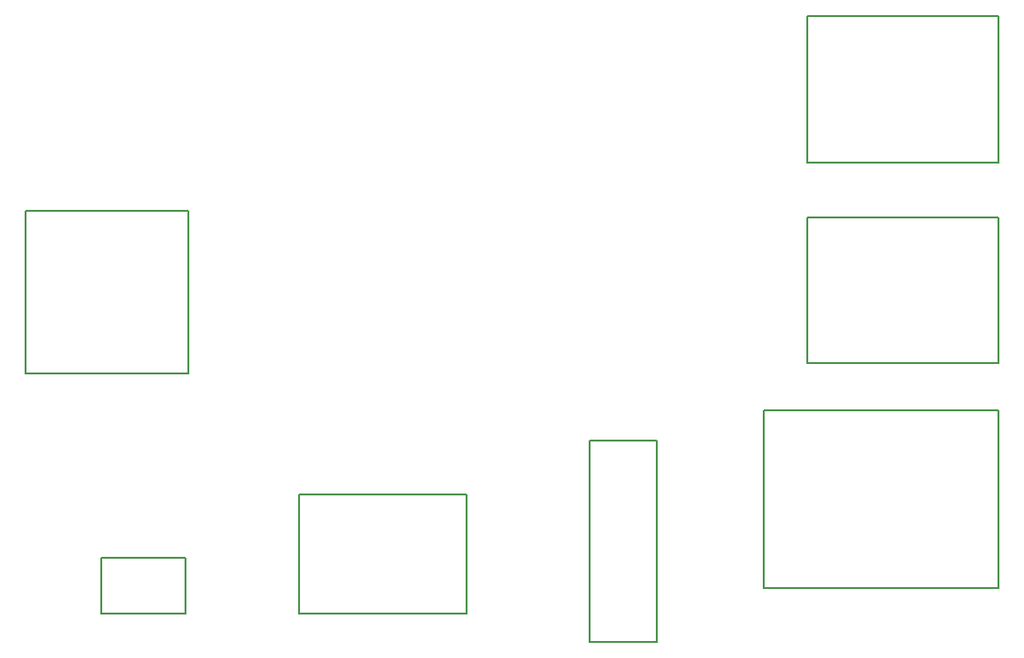
<source format=gbr>
G04 #@! TF.GenerationSoftware,KiCad,Pcbnew,5.1.5+dfsg1-2build2*
G04 #@! TF.CreationDate,2022-02-25T13:27:02+02:00*
G04 #@! TF.ProjectId,relayctl-hat,72656c61-7963-4746-9c2d-6861742e6b69,rev?*
G04 #@! TF.SameCoordinates,Original*
G04 #@! TF.FileFunction,Other,User*
%FSLAX46Y46*%
G04 Gerber Fmt 4.6, Leading zero omitted, Abs format (unit mm)*
G04 Created by KiCad (PCBNEW 5.1.5+dfsg1-2build2) date 2022-02-25 13:27:02*
%MOMM*%
%LPD*%
G04 APERTURE LIST*
%ADD10C,0.150000*%
G04 APERTURE END LIST*
D10*
X150530000Y-129810000D02*
X167630000Y-129810000D01*
X167630000Y-142910000D02*
X167630000Y-129810000D01*
X150530000Y-129810000D02*
X150530000Y-142910000D01*
X167630000Y-142910000D02*
X150530000Y-142910000D01*
X167630000Y-160910000D02*
X167630000Y-147810000D01*
X167630000Y-160910000D02*
X150530000Y-160910000D01*
X150530000Y-160910000D02*
X150530000Y-147810000D01*
X150530000Y-147810000D02*
X167630000Y-147810000D01*
X146630000Y-165110000D02*
X167630000Y-165110000D01*
X167630000Y-181010000D02*
X146630000Y-181010000D01*
X146630000Y-181010000D02*
X146630000Y-165110000D01*
X167630000Y-181010000D02*
X167630000Y-165110000D01*
X95130000Y-147210000D02*
X95130000Y-161810000D01*
X95130000Y-161810000D02*
X80530000Y-161810000D01*
X95130000Y-147210000D02*
X80530000Y-147210000D01*
X137030000Y-185810000D02*
X137030000Y-167810000D01*
X137030000Y-167810000D02*
X131030000Y-167810000D01*
X131030000Y-167810000D02*
X131030000Y-185810000D01*
X131030000Y-185810000D02*
X137030000Y-185810000D01*
X120030000Y-183310000D02*
X120030000Y-172610000D01*
X105030000Y-172610000D02*
X120030000Y-172610000D01*
X105030000Y-172610000D02*
X105030000Y-183310000D01*
X87330000Y-183310000D02*
X87330000Y-178310000D01*
X94830000Y-183310000D02*
X94830000Y-178310000D01*
X94830000Y-178310000D02*
X87330000Y-178310000D01*
X120030000Y-183310000D02*
X105030000Y-183310000D01*
X94830000Y-183310000D02*
X87330000Y-183310000D01*
X80530000Y-147210000D02*
X80530000Y-161810000D01*
M02*

</source>
